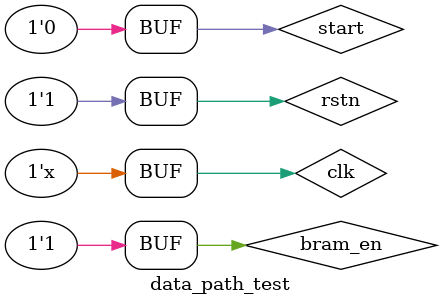
<source format=v>
`timescale 1ns / 1ps

module data_path_test ();

    // clock period in nanoseconds
`define CLK_PERIOD 50

    reg clk;
    reg rstn;

    reg [31:0] x0_re;
    reg [31:0] x0_im;
    reg [31:0] x1_re;
    reg [31:0] x1_im;

    reg start;
    
    reg fft_ready;
    
    wire [31:0] X0_re;
    wire [31:0] X0_im;
    wire [31:0] X1_re;
    wire [31:0] X1_im;
    

    wire [31:0] X0_re_bf;
    wire [31:0] X0_im_bf;
    wire [31:0] X1_re_bf;
    wire [31:0] X1_im_bf;
    wire [31:0] x0_re_ram;
    wire [31:0] x0_im_ram;
    wire [31:0] x1_re_ram;
    wire [31:0] x1_im_ram;
    
    
    /* ----------- Stimulus ------------*/
    always #(`CLK_PERIOD/2) clk = ~clk;

    initial begin
        clk <= 1;
        rstn <= 0;

        #(`CLK_PERIOD*10) rstn <= 1;
    end
    
    initial begin
        start = 0;
        #(`CLK_PERIOD*15);
        start = 1;

        #(`CLK_PERIOD*BRAM_SIZE);
        start = 0;

    end

    initial begin
        x0_re = 32'd0;
        x0_im = 32'd0;
        x1_re = 32'd0;
        x1_im = 32'd0;
        #(`CLK_PERIOD*15);
        x0_re = 32'd10;
        x0_im = 32'd0;
        x1_re = 32'd20;
        x1_im = 32'd0;

    end
    
    always @(posedge clk) begin
        if(state == S_STORE_INPUTS) begin
            x0_re = x0_re + 10;
            x0_im = x0_im + 0;
            x1_re = x1_re + 10;
            x1_im = x1_im + 0;
        end
    end


    /* ----------- DUT ------------*/
    data_path dut(
        .clk(clk),
        .rstn(rstn),

        .x0_re_i(x0_re),
        .x0_im_i(x0_im),
        .x1_re_i(x1_re),
        .x1_im_i(x1_im),

        .bram_addr_i(bram_addr),

        .w(28'h4001),

        .src_sel_i(src_sel),
        .fft_ready_i(fft_ready),

        .bram_we_i(bram_we),
        .bram_en_i(bram_en),
        .bf_ce_i(bf_ce),

        .x0_re_o(X0_re),
        .x0_im_o(X0_im),
        .x1_re_o(X1_re),
        .x1_im_o(X1_im),


        .X0_re_bf(X0_re_bf),
        .X0_im_bf(X0_im_bf),
        .X1_re_bf(X1_re_bf),
        .X1_im_bf(X1_im_bf),

        .x0_re_ram(x0_re_ram),
        .x0_im_ram(x0_im_ram),
        .x1_re_ram(x1_re_ram),
        .x1_im_ram(x1_im_ram)
    );
       
/* ----------- Control unit ------------*/
        // define states
    localparam S_IDLE = 3'b000;
    localparam S_STORE_INPUTS = 3'b001;
    localparam S_CHECK_BF_COUNTER = 3'b010;
    localparam S_READ_MEMORY = 3'b011;
    localparam S_BF_OPERATION = 3'b100;
    localparam S_WRITE_BACK = 3'b101;
    localparam S_SEND_RESULTS = 3'b110;

    localparam BRAM_SIZE = 10'd512;

    // for tests
//    localparam BRAM_SIZE = 3'd4;

    reg [10:0] bram_addr;
    reg [10:0] twiddle_addr;

    reg src_sel;

    reg bram_we;
    reg bram_en;
    reg bf_ce;

    // state and nextstate registers
    reg [2:0] state;
    reg [2:0] nstate;

    // counters registers
    reg [10:0] data_counter;
    reg [10:0] bf_counter;
    reg [2:0] cycle_counter;
    reg cycle_delay;
    //reg write_counter;
    
    reg start_sending;

    // state register
    always @(posedge clk or negedge rstn) begin
        if(~rstn)begin
            state <= S_IDLE;
        end
        else begin
            state <= nstate;
        end
    end

    // nextstate logic
    always @(*) begin
        case(state)
            S_IDLE:
                if(start)
                    nstate = S_STORE_INPUTS;
                else 
                    nstate = S_IDLE;

            S_STORE_INPUTS:
                if(data_counter == BRAM_SIZE-1) // data_counter == N/2 (512)
                    nstate = S_CHECK_BF_COUNTER;
                else 
                    nstate = S_STORE_INPUTS;

            S_CHECK_BF_COUNTER: begin
                if(bf_counter == BRAM_SIZE) begin
                    if(cycle_delay == 1'h1)
                        nstate = S_SEND_RESULTS;
                    else
                        nstate = S_CHECK_BF_COUNTER;
                end                    
                
                else
                    nstate = S_READ_MEMORY;
            end

            S_READ_MEMORY:
                nstate = S_BF_OPERATION;

            S_BF_OPERATION: begin
                if(cycle_counter == 3'd4)
                    nstate = S_WRITE_BACK;
                else 
                    nstate = S_BF_OPERATION;
            end

            S_WRITE_BACK:
                nstate = S_CHECK_BF_COUNTER;
           
            S_SEND_RESULTS: begin
            if(data_counter == (BRAM_SIZE-1)+1) // data_counter == N/2 (512)
                nstate = S_IDLE;
            else 
                nstate = S_SEND_RESULTS;
            end

            default: nstate = S_IDLE;
        endcase
    end

    // output logic
    always @(*) begin
        case(state)
            S_IDLE: begin
                start_sending = 1'b0;
                src_sel = 1'b0;
                bram_addr = {11{1'b0}};
                twiddle_addr = {11{1'b0}};
                bram_en = 1'b1;
                bram_we = 1'b0;
                bf_ce = 1'b0;
            end

            S_STORE_INPUTS: begin
                start_sending = 1'b0;
                src_sel = 1'b0;
                bram_addr = data_counter;
                twiddle_addr = {11{1'b0}};
                bram_en = 1'b1;
                bram_we = 1'b1;
                bf_ce = 1'b0;
            end

            S_CHECK_BF_COUNTER: begin
                start_sending = 1'b0;
                src_sel = 1'b1;
                bram_addr = bf_counter;
                twiddle_addr = bf_counter;
                bram_en = 1'b1;
                bram_we = 1'b0; // disable writing to memmory 
                bf_ce = 1'b0;  
            end

            S_READ_MEMORY: begin
                start_sending = 1'b0;
                src_sel = 1'b1;
                bram_addr = bf_counter;
                twiddle_addr = bf_counter;
                bram_en = 1'b1;
                bram_we = 1'b0; // disable writing to memmory 
                bf_ce = 1'b0;
            end

            S_BF_OPERATION: begin
                start_sending = 1'b0;
                src_sel = 1'b1;
                bram_addr = bf_counter;
                twiddle_addr = bf_counter;
                bram_en = 1'b1;
                bram_we = 1'b0; // disable writing to memmory 

                if(cycle_counter == 3'd4)
                    bf_ce = 1'b1;
                else 
                    bf_ce = 1'b0;
            end

            S_WRITE_BACK: begin
                start_sending = 1'b0;
                src_sel = 1'b1;
                bram_addr = bf_counter;
                twiddle_addr = bf_counter;
                bram_en = 1'b1;
                bram_we = 1'b1; // disable writing to memmory 
                bf_ce = 1'b0;
            end

            S_SEND_RESULTS: begin
                start_sending = 1'b1;
                src_sel = 1'b1;
                bram_addr = data_counter;
                twiddle_addr = {11{1'b0}};
                bram_en = 1'b1;
                bram_we = 1'b0; // disable writing to memmory 
                bf_ce = 1'b0;
            end
            
            default: begin
                start_sending = 1'b0;
                src_sel = 1'b0;
                bram_addr = {11{1'b0}};
                twiddle_addr = {11{1'b0}};
                bram_en = 1'b1;
                bram_we = 1'b0;
                bf_ce = 1'b0;
            end            
        endcase
    end

    //--------------------------------------
    
    always @(posedge clk or negedge rstn) begin
        if(~rstn) begin
            data_counter <= {11{1'b0}};
            bf_counter <= {11{1'b0}};
            cycle_counter <= {3{1'b0}};
            cycle_delay <= 1'b0;
        end
        else
            case(state)
                S_IDLE: begin
                    data_counter <= {11{1'b0}};
                    bf_counter <= {11{1'b0}};
                    cycle_counter <= {3{1'b0}};
                    cycle_delay <= 1'b0;
                end
                
                S_CHECK_BF_COUNTER: begin
                    cycle_delay <= cycle_delay + 1;
                    data_counter <= {11{1'b0}}; // reset data_counter 
                end
    
                S_BF_OPERATION:
                    cycle_counter <= cycle_counter + 1;
    
                S_WRITE_BACK: begin
                    bf_counter <= bf_counter + 1;
                    cycle_counter <= {3{1'b0}};
                end
    
                S_STORE_INPUTS: 
                    data_counter <= data_counter + 1; // increase data_counter
                    
                S_SEND_RESULTS: begin
                    data_counter <= data_counter + 1; // increase data_counter
                    bf_counter <= {11{1'b0}};
                    cycle_delay <= 1'b0;
                end
                
//                default: begin
//                    data_counter = {11{1'b0}};
//                    bf_counter = {11{1'b0}};
//                    cycle_counter = {3{1'b0}};
//                    cycle_delay = 1'b0;
//                end
            endcase
    end

    always @(negedge clk) begin
        if(start_sending && bram_addr > 1'b0)
            fft_ready = 1'b1;
            
        else 
            fft_ready = 1'b0;
    end
    
endmodule
</source>
